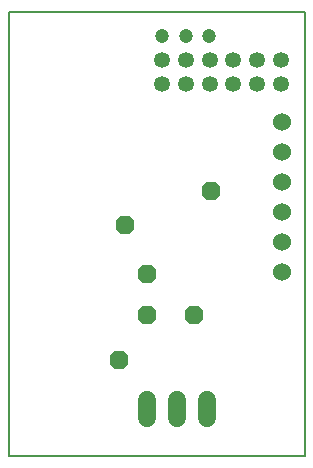
<source format=gbs>
G75*
%MOIN*%
%OFA0B0*%
%FSLAX24Y24*%
%IPPOS*%
%LPD*%
%AMOC8*
5,1,8,0,0,1.08239X$1,22.5*
%
%ADD10C,0.0080*%
%ADD11C,0.0600*%
%ADD12C,0.0472*%
%ADD13OC8,0.0630*%
%ADD14C,0.0531*%
%ADD15C,0.0600*%
D10*
X003400Y002938D02*
X013264Y002938D01*
X013264Y017732D01*
X003400Y017732D01*
X003400Y002938D01*
D11*
X012525Y009063D03*
X012525Y010063D03*
X012525Y011063D03*
X012525Y012063D03*
X012525Y013063D03*
X012525Y014063D03*
D12*
X010091Y016919D03*
X009304Y016919D03*
X008517Y016919D03*
D13*
X010150Y011750D03*
X007275Y010625D03*
X008025Y009000D03*
X008025Y007625D03*
X009588Y007625D03*
X007088Y006125D03*
D14*
X008525Y015338D03*
X009312Y015338D03*
X010100Y015338D03*
X010887Y015338D03*
X011675Y015338D03*
X012462Y015338D03*
X012462Y016125D03*
X011675Y016125D03*
X010887Y016125D03*
X010100Y016125D03*
X009312Y016125D03*
X008525Y016125D03*
D15*
X008025Y004800D02*
X008025Y004200D01*
X009025Y004200D02*
X009025Y004800D01*
X010025Y004800D02*
X010025Y004200D01*
M02*

</source>
